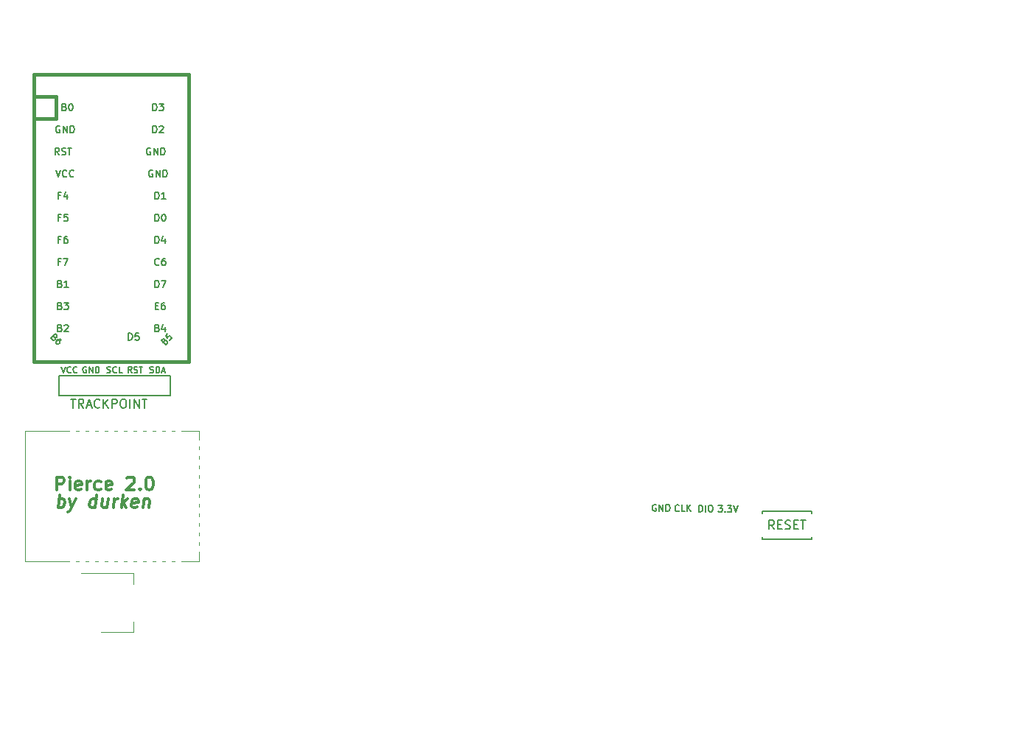
<source format=gto>
G04 #@! TF.GenerationSoftware,KiCad,Pcbnew,(6.0.2)*
G04 #@! TF.CreationDate,2022-03-08T09:31:39+01:00*
G04 #@! TF.ProjectId,pierce,70696572-6365-42e6-9b69-6361645f7063,v 0.1*
G04 #@! TF.SameCoordinates,Original*
G04 #@! TF.FileFunction,Legend,Top*
G04 #@! TF.FilePolarity,Positive*
%FSLAX46Y46*%
G04 Gerber Fmt 4.6, Leading zero omitted, Abs format (unit mm)*
G04 Created by KiCad (PCBNEW (6.0.2)) date 2022-03-08 09:31:39*
%MOMM*%
%LPD*%
G01*
G04 APERTURE LIST*
G04 Aperture macros list*
%AMHorizOval*
0 Thick line with rounded ends*
0 $1 width*
0 $2 $3 position (X,Y) of the first rounded end (center of the circle)*
0 $4 $5 position (X,Y) of the second rounded end (center of the circle)*
0 Add line between two ends*
20,1,$1,$2,$3,$4,$5,0*
0 Add two circle primitives to create the rounded ends*
1,1,$1,$2,$3*
1,1,$1,$4,$5*%
G04 Aperture macros list end*
%ADD10C,0.300000*%
%ADD11C,0.187500*%
%ADD12C,0.150000*%
%ADD13C,0.381000*%
%ADD14C,0.100000*%
%ADD15C,0.120000*%
%ADD16C,4.000000*%
%ADD17C,1.700000*%
%ADD18C,1.900000*%
%ADD19C,2.400000*%
%ADD20HorizOval,1.550000X0.108530X0.615505X-0.108530X-0.615505X0*%
%ADD21HorizOval,1.250000X0.082483X0.467784X-0.082483X-0.467784X0*%
%ADD22HorizOval,1.250000X0.446354X-0.162460X-0.446354X0.162460X0*%
%ADD23C,2.200000*%
%ADD24HorizOval,1.550000X0.587308X-0.213763X-0.587308X0.213763X0*%
%ADD25HorizOval,1.550000X0.264136X0.566442X-0.264136X-0.566442X0*%
%ADD26HorizOval,1.250000X0.389097X-0.272449X-0.389097X0.272449X0*%
%ADD27HorizOval,1.250000X0.200744X0.430496X-0.200744X-0.430496X0*%
%ADD28HorizOval,1.550000X0.511970X-0.358485X-0.511970X0.358485X0*%
%ADD29HorizOval,1.250000X0.305324X0.363871X-0.305324X-0.363871X0*%
%ADD30HorizOval,1.550000X0.401742X0.478778X-0.401742X-0.478778X0*%
%ADD31HorizOval,1.250000X0.305324X-0.363871X-0.305324X0.363871X0*%
%ADD32HorizOval,1.550000X0.401742X-0.478778X-0.401742X0.478778X0*%
%ADD33R,1.752600X1.752600*%
%ADD34C,1.752600*%
%ADD35C,4.300000*%
%ADD36O,1.397000X1.778000*%
%ADD37R,0.698500X1.198880*%
%ADD38R,1.198880X0.698500*%
%ADD39R,2.000000X1.500000*%
%ADD40R,2.000000X3.800000*%
%ADD41C,2.300000*%
%ADD42R,1.700000X1.700000*%
%ADD43O,1.700000X1.700000*%
G04 APERTURE END LIST*
D10*
X99359800Y-95391671D02*
X99359800Y-93891671D01*
X99931228Y-93891671D01*
X100074085Y-93963100D01*
X100145514Y-94034528D01*
X100216942Y-94177385D01*
X100216942Y-94391671D01*
X100145514Y-94534528D01*
X100074085Y-94605957D01*
X99931228Y-94677385D01*
X99359800Y-94677385D01*
X100859800Y-95391671D02*
X100859800Y-94391671D01*
X100859800Y-93891671D02*
X100788371Y-93963100D01*
X100859800Y-94034528D01*
X100931228Y-93963100D01*
X100859800Y-93891671D01*
X100859800Y-94034528D01*
X102145514Y-95320242D02*
X102002657Y-95391671D01*
X101716942Y-95391671D01*
X101574085Y-95320242D01*
X101502657Y-95177385D01*
X101502657Y-94605957D01*
X101574085Y-94463100D01*
X101716942Y-94391671D01*
X102002657Y-94391671D01*
X102145514Y-94463100D01*
X102216942Y-94605957D01*
X102216942Y-94748814D01*
X101502657Y-94891671D01*
X102859800Y-95391671D02*
X102859800Y-94391671D01*
X102859800Y-94677385D02*
X102931228Y-94534528D01*
X103002657Y-94463100D01*
X103145514Y-94391671D01*
X103288371Y-94391671D01*
X104431228Y-95320242D02*
X104288371Y-95391671D01*
X104002657Y-95391671D01*
X103859800Y-95320242D01*
X103788371Y-95248814D01*
X103716942Y-95105957D01*
X103716942Y-94677385D01*
X103788371Y-94534528D01*
X103859800Y-94463100D01*
X104002657Y-94391671D01*
X104288371Y-94391671D01*
X104431228Y-94463100D01*
X105645514Y-95320242D02*
X105502657Y-95391671D01*
X105216942Y-95391671D01*
X105074085Y-95320242D01*
X105002657Y-95177385D01*
X105002657Y-94605957D01*
X105074085Y-94463100D01*
X105216942Y-94391671D01*
X105502657Y-94391671D01*
X105645514Y-94463100D01*
X105716942Y-94605957D01*
X105716942Y-94748814D01*
X105002657Y-94891671D01*
X107431228Y-94034528D02*
X107502657Y-93963100D01*
X107645514Y-93891671D01*
X108002657Y-93891671D01*
X108145514Y-93963100D01*
X108216942Y-94034528D01*
X108288371Y-94177385D01*
X108288371Y-94320242D01*
X108216942Y-94534528D01*
X107359800Y-95391671D01*
X108288371Y-95391671D01*
X108931228Y-95248814D02*
X109002657Y-95320242D01*
X108931228Y-95391671D01*
X108859800Y-95320242D01*
X108931228Y-95248814D01*
X108931228Y-95391671D01*
X109931228Y-93891671D02*
X110074085Y-93891671D01*
X110216942Y-93963100D01*
X110288371Y-94034528D01*
X110359800Y-94177385D01*
X110431228Y-94463100D01*
X110431228Y-94820242D01*
X110359800Y-95105957D01*
X110288371Y-95248814D01*
X110216942Y-95320242D01*
X110074085Y-95391671D01*
X109931228Y-95391671D01*
X109788371Y-95320242D01*
X109716942Y-95248814D01*
X109645514Y-95105957D01*
X109574085Y-94820242D01*
X109574085Y-94463100D01*
X109645514Y-94177385D01*
X109716942Y-94034528D01*
X109788371Y-93963100D01*
X109931228Y-93891671D01*
D11*
X170836971Y-97765457D02*
X170801257Y-97801171D01*
X170694114Y-97836885D01*
X170622685Y-97836885D01*
X170515542Y-97801171D01*
X170444114Y-97729742D01*
X170408400Y-97658314D01*
X170372685Y-97515457D01*
X170372685Y-97408314D01*
X170408400Y-97265457D01*
X170444114Y-97194028D01*
X170515542Y-97122600D01*
X170622685Y-97086885D01*
X170694114Y-97086885D01*
X170801257Y-97122600D01*
X170836971Y-97158314D01*
X171515542Y-97836885D02*
X171158400Y-97836885D01*
X171158400Y-97086885D01*
X171765542Y-97836885D02*
X171765542Y-97086885D01*
X172194114Y-97836885D02*
X171872685Y-97408314D01*
X172194114Y-97086885D02*
X171765542Y-97515457D01*
X173131742Y-97887685D02*
X173131742Y-97137685D01*
X173310314Y-97137685D01*
X173417457Y-97173400D01*
X173488885Y-97244828D01*
X173524600Y-97316257D01*
X173560314Y-97459114D01*
X173560314Y-97566257D01*
X173524600Y-97709114D01*
X173488885Y-97780542D01*
X173417457Y-97851971D01*
X173310314Y-97887685D01*
X173131742Y-97887685D01*
X173881742Y-97887685D02*
X173881742Y-97137685D01*
X174381742Y-97137685D02*
X174524600Y-97137685D01*
X174596028Y-97173400D01*
X174667457Y-97244828D01*
X174703171Y-97387685D01*
X174703171Y-97637685D01*
X174667457Y-97780542D01*
X174596028Y-97851971D01*
X174524600Y-97887685D01*
X174381742Y-97887685D01*
X174310314Y-97851971D01*
X174238885Y-97780542D01*
X174203171Y-97637685D01*
X174203171Y-97387685D01*
X174238885Y-97244828D01*
X174310314Y-97173400D01*
X174381742Y-97137685D01*
X175332457Y-97163085D02*
X175796742Y-97163085D01*
X175546742Y-97448800D01*
X175653885Y-97448800D01*
X175725314Y-97484514D01*
X175761028Y-97520228D01*
X175796742Y-97591657D01*
X175796742Y-97770228D01*
X175761028Y-97841657D01*
X175725314Y-97877371D01*
X175653885Y-97913085D01*
X175439600Y-97913085D01*
X175368171Y-97877371D01*
X175332457Y-97841657D01*
X176118171Y-97841657D02*
X176153885Y-97877371D01*
X176118171Y-97913085D01*
X176082457Y-97877371D01*
X176118171Y-97841657D01*
X176118171Y-97913085D01*
X176403885Y-97163085D02*
X176868171Y-97163085D01*
X176618171Y-97448800D01*
X176725314Y-97448800D01*
X176796742Y-97484514D01*
X176832457Y-97520228D01*
X176868171Y-97591657D01*
X176868171Y-97770228D01*
X176832457Y-97841657D01*
X176796742Y-97877371D01*
X176725314Y-97913085D01*
X176511028Y-97913085D01*
X176439600Y-97877371D01*
X176403885Y-97841657D01*
X177082457Y-97163085D02*
X177332457Y-97913085D01*
X177582457Y-97163085D01*
D12*
X102761066Y-81242000D02*
X102694400Y-81208666D01*
X102594400Y-81208666D01*
X102494400Y-81242000D01*
X102427733Y-81308666D01*
X102394400Y-81375333D01*
X102361066Y-81508666D01*
X102361066Y-81608666D01*
X102394400Y-81742000D01*
X102427733Y-81808666D01*
X102494400Y-81875333D01*
X102594400Y-81908666D01*
X102661066Y-81908666D01*
X102761066Y-81875333D01*
X102794400Y-81842000D01*
X102794400Y-81608666D01*
X102661066Y-81608666D01*
X103094400Y-81908666D02*
X103094400Y-81208666D01*
X103494400Y-81908666D01*
X103494400Y-81208666D01*
X103827733Y-81908666D02*
X103827733Y-81208666D01*
X103994400Y-81208666D01*
X104094400Y-81242000D01*
X104161066Y-81308666D01*
X104194400Y-81375333D01*
X104227733Y-81508666D01*
X104227733Y-81608666D01*
X104194400Y-81742000D01*
X104161066Y-81808666D01*
X104094400Y-81875333D01*
X103994400Y-81908666D01*
X103827733Y-81908666D01*
X105136066Y-81875333D02*
X105236066Y-81908666D01*
X105402733Y-81908666D01*
X105469400Y-81875333D01*
X105502733Y-81842000D01*
X105536066Y-81775333D01*
X105536066Y-81708666D01*
X105502733Y-81642000D01*
X105469400Y-81608666D01*
X105402733Y-81575333D01*
X105269400Y-81542000D01*
X105202733Y-81508666D01*
X105169400Y-81475333D01*
X105136066Y-81408666D01*
X105136066Y-81342000D01*
X105169400Y-81275333D01*
X105202733Y-81242000D01*
X105269400Y-81208666D01*
X105436066Y-81208666D01*
X105536066Y-81242000D01*
X106236066Y-81842000D02*
X106202733Y-81875333D01*
X106102733Y-81908666D01*
X106036066Y-81908666D01*
X105936066Y-81875333D01*
X105869400Y-81808666D01*
X105836066Y-81742000D01*
X105802733Y-81608666D01*
X105802733Y-81508666D01*
X105836066Y-81375333D01*
X105869400Y-81308666D01*
X105936066Y-81242000D01*
X106036066Y-81208666D01*
X106102733Y-81208666D01*
X106202733Y-81242000D01*
X106236066Y-81275333D01*
X106869400Y-81908666D02*
X106536066Y-81908666D01*
X106536066Y-81208666D01*
D11*
X168197371Y-97097200D02*
X168125942Y-97061485D01*
X168018800Y-97061485D01*
X167911657Y-97097200D01*
X167840228Y-97168628D01*
X167804514Y-97240057D01*
X167768800Y-97382914D01*
X167768800Y-97490057D01*
X167804514Y-97632914D01*
X167840228Y-97704342D01*
X167911657Y-97775771D01*
X168018800Y-97811485D01*
X168090228Y-97811485D01*
X168197371Y-97775771D01*
X168233085Y-97740057D01*
X168233085Y-97490057D01*
X168090228Y-97490057D01*
X168554514Y-97811485D02*
X168554514Y-97061485D01*
X168983085Y-97811485D01*
X168983085Y-97061485D01*
X169340228Y-97811485D02*
X169340228Y-97061485D01*
X169518800Y-97061485D01*
X169625942Y-97097200D01*
X169697371Y-97168628D01*
X169733085Y-97240057D01*
X169768800Y-97382914D01*
X169768800Y-97490057D01*
X169733085Y-97632914D01*
X169697371Y-97704342D01*
X169625942Y-97775771D01*
X169518800Y-97811485D01*
X169340228Y-97811485D01*
D12*
X99886066Y-81208666D02*
X100119400Y-81908666D01*
X100352733Y-81208666D01*
X100986066Y-81842000D02*
X100952733Y-81875333D01*
X100852733Y-81908666D01*
X100786066Y-81908666D01*
X100686066Y-81875333D01*
X100619400Y-81808666D01*
X100586066Y-81742000D01*
X100552733Y-81608666D01*
X100552733Y-81508666D01*
X100586066Y-81375333D01*
X100619400Y-81308666D01*
X100686066Y-81242000D01*
X100786066Y-81208666D01*
X100852733Y-81208666D01*
X100952733Y-81242000D01*
X100986066Y-81275333D01*
X101686066Y-81842000D02*
X101652733Y-81875333D01*
X101552733Y-81908666D01*
X101486066Y-81908666D01*
X101386066Y-81875333D01*
X101319400Y-81808666D01*
X101286066Y-81742000D01*
X101252733Y-81608666D01*
X101252733Y-81508666D01*
X101286066Y-81375333D01*
X101319400Y-81308666D01*
X101386066Y-81242000D01*
X101486066Y-81208666D01*
X101552733Y-81208666D01*
X101652733Y-81242000D01*
X101686066Y-81275333D01*
X110069400Y-81875333D02*
X110169400Y-81908666D01*
X110336066Y-81908666D01*
X110402733Y-81875333D01*
X110436066Y-81842000D01*
X110469400Y-81775333D01*
X110469400Y-81708666D01*
X110436066Y-81642000D01*
X110402733Y-81608666D01*
X110336066Y-81575333D01*
X110202733Y-81542000D01*
X110136066Y-81508666D01*
X110102733Y-81475333D01*
X110069400Y-81408666D01*
X110069400Y-81342000D01*
X110102733Y-81275333D01*
X110136066Y-81242000D01*
X110202733Y-81208666D01*
X110369400Y-81208666D01*
X110469400Y-81242000D01*
X110769400Y-81908666D02*
X110769400Y-81208666D01*
X110936066Y-81208666D01*
X111036066Y-81242000D01*
X111102733Y-81308666D01*
X111136066Y-81375333D01*
X111169400Y-81508666D01*
X111169400Y-81608666D01*
X111136066Y-81742000D01*
X111102733Y-81808666D01*
X111036066Y-81875333D01*
X110936066Y-81908666D01*
X110769400Y-81908666D01*
X111436066Y-81708666D02*
X111769400Y-81708666D01*
X111369400Y-81908666D02*
X111602733Y-81208666D01*
X111836066Y-81908666D01*
D10*
X99503505Y-97423671D02*
X99691005Y-95923671D01*
X99619576Y-96495100D02*
X99771362Y-96423671D01*
X100057076Y-96423671D01*
X100191005Y-96495100D01*
X100253505Y-96566528D01*
X100307076Y-96709385D01*
X100253505Y-97137957D01*
X100164219Y-97280814D01*
X100083862Y-97352242D01*
X99932076Y-97423671D01*
X99646362Y-97423671D01*
X99512433Y-97352242D01*
X100842791Y-96423671D02*
X101074933Y-97423671D01*
X101557076Y-96423671D02*
X101074933Y-97423671D01*
X100887433Y-97780814D01*
X100807076Y-97852242D01*
X100655291Y-97923671D01*
X103789219Y-97423671D02*
X103976719Y-95923671D01*
X103798148Y-97352242D02*
X103646362Y-97423671D01*
X103360648Y-97423671D01*
X103226719Y-97352242D01*
X103164219Y-97280814D01*
X103110648Y-97137957D01*
X103164219Y-96709385D01*
X103253505Y-96566528D01*
X103333862Y-96495100D01*
X103485648Y-96423671D01*
X103771362Y-96423671D01*
X103905291Y-96495100D01*
X105271362Y-96423671D02*
X105146362Y-97423671D01*
X104628505Y-96423671D02*
X104530291Y-97209385D01*
X104583862Y-97352242D01*
X104717791Y-97423671D01*
X104932076Y-97423671D01*
X105083862Y-97352242D01*
X105164219Y-97280814D01*
X105860648Y-97423671D02*
X105985648Y-96423671D01*
X105949933Y-96709385D02*
X106039219Y-96566528D01*
X106119576Y-96495100D01*
X106271362Y-96423671D01*
X106414219Y-96423671D01*
X106789219Y-97423671D02*
X106976719Y-95923671D01*
X107003505Y-96852242D02*
X107360648Y-97423671D01*
X107485648Y-96423671D02*
X106842791Y-96995100D01*
X108583862Y-97352242D02*
X108432076Y-97423671D01*
X108146362Y-97423671D01*
X108012433Y-97352242D01*
X107958862Y-97209385D01*
X108030291Y-96637957D01*
X108119576Y-96495100D01*
X108271362Y-96423671D01*
X108557076Y-96423671D01*
X108691005Y-96495100D01*
X108744576Y-96637957D01*
X108726719Y-96780814D01*
X107994576Y-96923671D01*
X109414219Y-96423671D02*
X109289219Y-97423671D01*
X109396362Y-96566528D02*
X109476719Y-96495100D01*
X109628505Y-96423671D01*
X109842791Y-96423671D01*
X109976719Y-96495100D01*
X110030291Y-96637957D01*
X109932076Y-97423671D01*
D12*
X107961066Y-81908666D02*
X107727733Y-81575333D01*
X107561066Y-81908666D02*
X107561066Y-81208666D01*
X107827733Y-81208666D01*
X107894400Y-81242000D01*
X107927733Y-81275333D01*
X107961066Y-81342000D01*
X107961066Y-81442000D01*
X107927733Y-81508666D01*
X107894400Y-81542000D01*
X107827733Y-81575333D01*
X107561066Y-81575333D01*
X108227733Y-81875333D02*
X108327733Y-81908666D01*
X108494400Y-81908666D01*
X108561066Y-81875333D01*
X108594400Y-81842000D01*
X108627733Y-81775333D01*
X108627733Y-81708666D01*
X108594400Y-81642000D01*
X108561066Y-81608666D01*
X108494400Y-81575333D01*
X108361066Y-81542000D01*
X108294400Y-81508666D01*
X108261066Y-81475333D01*
X108227733Y-81408666D01*
X108227733Y-81342000D01*
X108261066Y-81275333D01*
X108294400Y-81242000D01*
X108361066Y-81208666D01*
X108527733Y-81208666D01*
X108627733Y-81242000D01*
X108827733Y-81208666D02*
X109227733Y-81208666D01*
X109027733Y-81908666D02*
X109027733Y-81208666D01*
X99737990Y-71684857D02*
X99852276Y-71722952D01*
X99890371Y-71761047D01*
X99928466Y-71837238D01*
X99928466Y-71951523D01*
X99890371Y-72027714D01*
X99852276Y-72065809D01*
X99776085Y-72103904D01*
X99471323Y-72103904D01*
X99471323Y-71303904D01*
X99737990Y-71303904D01*
X99814180Y-71342000D01*
X99852276Y-71380095D01*
X99890371Y-71456285D01*
X99890371Y-71532476D01*
X99852276Y-71608666D01*
X99814180Y-71646761D01*
X99737990Y-71684857D01*
X99471323Y-71684857D01*
X100690371Y-72103904D02*
X100233228Y-72103904D01*
X100461800Y-72103904D02*
X100461800Y-71303904D01*
X100385609Y-71418190D01*
X100309419Y-71494380D01*
X100233228Y-71532476D01*
X99795133Y-69144857D02*
X99528466Y-69144857D01*
X99528466Y-69563904D02*
X99528466Y-68763904D01*
X99909419Y-68763904D01*
X100137990Y-68763904D02*
X100671323Y-68763904D01*
X100328466Y-69563904D01*
X110685419Y-74224857D02*
X110952085Y-74224857D01*
X111066371Y-74643904D02*
X110685419Y-74643904D01*
X110685419Y-73843904D01*
X111066371Y-73843904D01*
X111752085Y-73843904D02*
X111599704Y-73843904D01*
X111523514Y-73882000D01*
X111485419Y-73920095D01*
X111409228Y-74034380D01*
X111371133Y-74186761D01*
X111371133Y-74491523D01*
X111409228Y-74567714D01*
X111447323Y-74605809D01*
X111523514Y-74643904D01*
X111675895Y-74643904D01*
X111752085Y-74605809D01*
X111790180Y-74567714D01*
X111828276Y-74491523D01*
X111828276Y-74301047D01*
X111790180Y-74224857D01*
X111752085Y-74186761D01*
X111675895Y-74148666D01*
X111523514Y-74148666D01*
X111447323Y-74186761D01*
X111409228Y-74224857D01*
X111371133Y-74301047D01*
X110647323Y-67023904D02*
X110647323Y-66223904D01*
X110837800Y-66223904D01*
X110952085Y-66262000D01*
X111028276Y-66338190D01*
X111066371Y-66414380D01*
X111104466Y-66566761D01*
X111104466Y-66681047D01*
X111066371Y-66833428D01*
X111028276Y-66909619D01*
X110952085Y-66985809D01*
X110837800Y-67023904D01*
X110647323Y-67023904D01*
X111790180Y-66490571D02*
X111790180Y-67023904D01*
X111599704Y-66185809D02*
X111409228Y-66757238D01*
X111904466Y-66757238D01*
X110393323Y-54323904D02*
X110393323Y-53523904D01*
X110583800Y-53523904D01*
X110698085Y-53562000D01*
X110774276Y-53638190D01*
X110812371Y-53714380D01*
X110850466Y-53866761D01*
X110850466Y-53981047D01*
X110812371Y-54133428D01*
X110774276Y-54209619D01*
X110698085Y-54285809D01*
X110583800Y-54323904D01*
X110393323Y-54323904D01*
X111155228Y-53600095D02*
X111193323Y-53562000D01*
X111269514Y-53523904D01*
X111459990Y-53523904D01*
X111536180Y-53562000D01*
X111574276Y-53600095D01*
X111612371Y-53676285D01*
X111612371Y-53752476D01*
X111574276Y-53866761D01*
X111117133Y-54323904D01*
X111612371Y-54323904D01*
X99737990Y-74224857D02*
X99852276Y-74262952D01*
X99890371Y-74301047D01*
X99928466Y-74377238D01*
X99928466Y-74491523D01*
X99890371Y-74567714D01*
X99852276Y-74605809D01*
X99776085Y-74643904D01*
X99471323Y-74643904D01*
X99471323Y-73843904D01*
X99737990Y-73843904D01*
X99814180Y-73882000D01*
X99852276Y-73920095D01*
X99890371Y-73996285D01*
X99890371Y-74072476D01*
X99852276Y-74148666D01*
X99814180Y-74186761D01*
X99737990Y-74224857D01*
X99471323Y-74224857D01*
X100195133Y-73843904D02*
X100690371Y-73843904D01*
X100423704Y-74148666D01*
X100537990Y-74148666D01*
X100614180Y-74186761D01*
X100652276Y-74224857D01*
X100690371Y-74301047D01*
X100690371Y-74491523D01*
X100652276Y-74567714D01*
X100614180Y-74605809D01*
X100537990Y-74643904D01*
X100309419Y-74643904D01*
X100233228Y-74605809D01*
X100195133Y-74567714D01*
X110374276Y-58642000D02*
X110298085Y-58603904D01*
X110183800Y-58603904D01*
X110069514Y-58642000D01*
X109993323Y-58718190D01*
X109955228Y-58794380D01*
X109917133Y-58946761D01*
X109917133Y-59061047D01*
X109955228Y-59213428D01*
X109993323Y-59289619D01*
X110069514Y-59365809D01*
X110183800Y-59403904D01*
X110259990Y-59403904D01*
X110374276Y-59365809D01*
X110412371Y-59327714D01*
X110412371Y-59061047D01*
X110259990Y-59061047D01*
X110755228Y-59403904D02*
X110755228Y-58603904D01*
X111212371Y-59403904D01*
X111212371Y-58603904D01*
X111593323Y-59403904D02*
X111593323Y-58603904D01*
X111783800Y-58603904D01*
X111898085Y-58642000D01*
X111974276Y-58718190D01*
X112012371Y-58794380D01*
X112050466Y-58946761D01*
X112050466Y-59061047D01*
X112012371Y-59213428D01*
X111974276Y-59289619D01*
X111898085Y-59365809D01*
X111783800Y-59403904D01*
X111593323Y-59403904D01*
X99623704Y-56863904D02*
X99357038Y-56482952D01*
X99166561Y-56863904D02*
X99166561Y-56063904D01*
X99471323Y-56063904D01*
X99547514Y-56102000D01*
X99585609Y-56140095D01*
X99623704Y-56216285D01*
X99623704Y-56330571D01*
X99585609Y-56406761D01*
X99547514Y-56444857D01*
X99471323Y-56482952D01*
X99166561Y-56482952D01*
X99928466Y-56825809D02*
X100042752Y-56863904D01*
X100233228Y-56863904D01*
X100309419Y-56825809D01*
X100347514Y-56787714D01*
X100385609Y-56711523D01*
X100385609Y-56635333D01*
X100347514Y-56559142D01*
X100309419Y-56521047D01*
X100233228Y-56482952D01*
X100080847Y-56444857D01*
X100004657Y-56406761D01*
X99966561Y-56368666D01*
X99928466Y-56292476D01*
X99928466Y-56216285D01*
X99966561Y-56140095D01*
X100004657Y-56102000D01*
X100080847Y-56063904D01*
X100271323Y-56063904D01*
X100385609Y-56102000D01*
X100614180Y-56063904D02*
X101071323Y-56063904D01*
X100842752Y-56863904D02*
X100842752Y-56063904D01*
X110120276Y-56102000D02*
X110044085Y-56063904D01*
X109929800Y-56063904D01*
X109815514Y-56102000D01*
X109739323Y-56178190D01*
X109701228Y-56254380D01*
X109663133Y-56406761D01*
X109663133Y-56521047D01*
X109701228Y-56673428D01*
X109739323Y-56749619D01*
X109815514Y-56825809D01*
X109929800Y-56863904D01*
X110005990Y-56863904D01*
X110120276Y-56825809D01*
X110158371Y-56787714D01*
X110158371Y-56521047D01*
X110005990Y-56521047D01*
X110501228Y-56863904D02*
X110501228Y-56063904D01*
X110958371Y-56863904D01*
X110958371Y-56063904D01*
X111339323Y-56863904D02*
X111339323Y-56063904D01*
X111529800Y-56063904D01*
X111644085Y-56102000D01*
X111720276Y-56178190D01*
X111758371Y-56254380D01*
X111796466Y-56406761D01*
X111796466Y-56521047D01*
X111758371Y-56673428D01*
X111720276Y-56749619D01*
X111644085Y-56825809D01*
X111529800Y-56863904D01*
X111339323Y-56863904D01*
X99249133Y-58603904D02*
X99515800Y-59403904D01*
X99782466Y-58603904D01*
X100506276Y-59327714D02*
X100468180Y-59365809D01*
X100353895Y-59403904D01*
X100277704Y-59403904D01*
X100163419Y-59365809D01*
X100087228Y-59289619D01*
X100049133Y-59213428D01*
X100011038Y-59061047D01*
X100011038Y-58946761D01*
X100049133Y-58794380D01*
X100087228Y-58718190D01*
X100163419Y-58642000D01*
X100277704Y-58603904D01*
X100353895Y-58603904D01*
X100468180Y-58642000D01*
X100506276Y-58680095D01*
X101306276Y-59327714D02*
X101268180Y-59365809D01*
X101153895Y-59403904D01*
X101077704Y-59403904D01*
X100963419Y-59365809D01*
X100887228Y-59289619D01*
X100849133Y-59213428D01*
X100811038Y-59061047D01*
X100811038Y-58946761D01*
X100849133Y-58794380D01*
X100887228Y-58718190D01*
X100963419Y-58642000D01*
X101077704Y-58603904D01*
X101153895Y-58603904D01*
X101268180Y-58642000D01*
X101306276Y-58680095D01*
X111104466Y-69487714D02*
X111066371Y-69525809D01*
X110952085Y-69563904D01*
X110875895Y-69563904D01*
X110761609Y-69525809D01*
X110685419Y-69449619D01*
X110647323Y-69373428D01*
X110609228Y-69221047D01*
X110609228Y-69106761D01*
X110647323Y-68954380D01*
X110685419Y-68878190D01*
X110761609Y-68802000D01*
X110875895Y-68763904D01*
X110952085Y-68763904D01*
X111066371Y-68802000D01*
X111104466Y-68840095D01*
X111790180Y-68763904D02*
X111637800Y-68763904D01*
X111561609Y-68802000D01*
X111523514Y-68840095D01*
X111447323Y-68954380D01*
X111409228Y-69106761D01*
X111409228Y-69411523D01*
X111447323Y-69487714D01*
X111485419Y-69525809D01*
X111561609Y-69563904D01*
X111713990Y-69563904D01*
X111790180Y-69525809D01*
X111828276Y-69487714D01*
X111866371Y-69411523D01*
X111866371Y-69221047D01*
X111828276Y-69144857D01*
X111790180Y-69106761D01*
X111713990Y-69068666D01*
X111561609Y-69068666D01*
X111485419Y-69106761D01*
X111447323Y-69144857D01*
X111409228Y-69221047D01*
X110647323Y-72103904D02*
X110647323Y-71303904D01*
X110837800Y-71303904D01*
X110952085Y-71342000D01*
X111028276Y-71418190D01*
X111066371Y-71494380D01*
X111104466Y-71646761D01*
X111104466Y-71761047D01*
X111066371Y-71913428D01*
X111028276Y-71989619D01*
X110952085Y-72065809D01*
X110837800Y-72103904D01*
X110647323Y-72103904D01*
X111371133Y-71303904D02*
X111904466Y-71303904D01*
X111561609Y-72103904D01*
X99795133Y-66604857D02*
X99528466Y-66604857D01*
X99528466Y-67023904D02*
X99528466Y-66223904D01*
X99909419Y-66223904D01*
X100557038Y-66223904D02*
X100404657Y-66223904D01*
X100328466Y-66262000D01*
X100290371Y-66300095D01*
X100214180Y-66414380D01*
X100176085Y-66566761D01*
X100176085Y-66871523D01*
X100214180Y-66947714D01*
X100252276Y-66985809D01*
X100328466Y-67023904D01*
X100480847Y-67023904D01*
X100557038Y-66985809D01*
X100595133Y-66947714D01*
X100633228Y-66871523D01*
X100633228Y-66681047D01*
X100595133Y-66604857D01*
X100557038Y-66566761D01*
X100480847Y-66528666D01*
X100328466Y-66528666D01*
X100252276Y-66566761D01*
X100214180Y-66604857D01*
X100176085Y-66681047D01*
X110913990Y-76764857D02*
X111028276Y-76802952D01*
X111066371Y-76841047D01*
X111104466Y-76917238D01*
X111104466Y-77031523D01*
X111066371Y-77107714D01*
X111028276Y-77145809D01*
X110952085Y-77183904D01*
X110647323Y-77183904D01*
X110647323Y-76383904D01*
X110913990Y-76383904D01*
X110990180Y-76422000D01*
X111028276Y-76460095D01*
X111066371Y-76536285D01*
X111066371Y-76612476D01*
X111028276Y-76688666D01*
X110990180Y-76726761D01*
X110913990Y-76764857D01*
X110647323Y-76764857D01*
X111790180Y-76650571D02*
X111790180Y-77183904D01*
X111599704Y-76345809D02*
X111409228Y-76917238D01*
X111904466Y-76917238D01*
X111764097Y-78256991D02*
X111858378Y-78209851D01*
X111905519Y-78209851D01*
X111976229Y-78233421D01*
X112046940Y-78304132D01*
X112070510Y-78374842D01*
X112070510Y-78421983D01*
X112046940Y-78492693D01*
X111858378Y-78681255D01*
X111363403Y-78186280D01*
X111528395Y-78021289D01*
X111599106Y-77997719D01*
X111646246Y-77997719D01*
X111716957Y-78021289D01*
X111764097Y-78068429D01*
X111787667Y-78139140D01*
X111787667Y-78186280D01*
X111764097Y-78256991D01*
X111599106Y-78421983D01*
X112094080Y-77455603D02*
X111858378Y-77691306D01*
X112070510Y-77950578D01*
X112070510Y-77903438D01*
X112094080Y-77832727D01*
X112211932Y-77714876D01*
X112282642Y-77691306D01*
X112329783Y-77691306D01*
X112400493Y-77714876D01*
X112518344Y-77832727D01*
X112541915Y-77903438D01*
X112541915Y-77950578D01*
X112518344Y-78021289D01*
X112400493Y-78139140D01*
X112329783Y-78162710D01*
X112282642Y-78162710D01*
X99134808Y-77856297D02*
X99181948Y-77950578D01*
X99181948Y-77997719D01*
X99158378Y-78068429D01*
X99087667Y-78139140D01*
X99016957Y-78162710D01*
X98969816Y-78162710D01*
X98899106Y-78139140D01*
X98710544Y-77950578D01*
X99205519Y-77455603D01*
X99370510Y-77620595D01*
X99394080Y-77691306D01*
X99394080Y-77738446D01*
X99370510Y-77809157D01*
X99323370Y-77856297D01*
X99252659Y-77879867D01*
X99205519Y-77879867D01*
X99134808Y-77856297D01*
X98969816Y-77691306D01*
X99912625Y-78162710D02*
X99818344Y-78068429D01*
X99747634Y-78044859D01*
X99700493Y-78044859D01*
X99582642Y-78068429D01*
X99464791Y-78139140D01*
X99276229Y-78327702D01*
X99252659Y-78398412D01*
X99252659Y-78445553D01*
X99276229Y-78516264D01*
X99370510Y-78610544D01*
X99441221Y-78634115D01*
X99488361Y-78634115D01*
X99559072Y-78610544D01*
X99676923Y-78492693D01*
X99700493Y-78421983D01*
X99700493Y-78374842D01*
X99676923Y-78304132D01*
X99582642Y-78209851D01*
X99511932Y-78186280D01*
X99464791Y-78186280D01*
X99394080Y-78209851D01*
X99795133Y-61524857D02*
X99528466Y-61524857D01*
X99528466Y-61943904D02*
X99528466Y-61143904D01*
X99909419Y-61143904D01*
X100557038Y-61410571D02*
X100557038Y-61943904D01*
X100366561Y-61105809D02*
X100176085Y-61677238D01*
X100671323Y-61677238D01*
X110647323Y-61943904D02*
X110647323Y-61143904D01*
X110837800Y-61143904D01*
X110952085Y-61182000D01*
X111028276Y-61258190D01*
X111066371Y-61334380D01*
X111104466Y-61486761D01*
X111104466Y-61601047D01*
X111066371Y-61753428D01*
X111028276Y-61829619D01*
X110952085Y-61905809D01*
X110837800Y-61943904D01*
X110647323Y-61943904D01*
X111866371Y-61943904D02*
X111409228Y-61943904D01*
X111637800Y-61943904D02*
X111637800Y-61143904D01*
X111561609Y-61258190D01*
X111485419Y-61334380D01*
X111409228Y-61372476D01*
X110647323Y-64483904D02*
X110647323Y-63683904D01*
X110837800Y-63683904D01*
X110952085Y-63722000D01*
X111028276Y-63798190D01*
X111066371Y-63874380D01*
X111104466Y-64026761D01*
X111104466Y-64141047D01*
X111066371Y-64293428D01*
X111028276Y-64369619D01*
X110952085Y-64445809D01*
X110837800Y-64483904D01*
X110647323Y-64483904D01*
X111599704Y-63683904D02*
X111675895Y-63683904D01*
X111752085Y-63722000D01*
X111790180Y-63760095D01*
X111828276Y-63836285D01*
X111866371Y-63988666D01*
X111866371Y-64179142D01*
X111828276Y-64331523D01*
X111790180Y-64407714D01*
X111752085Y-64445809D01*
X111675895Y-64483904D01*
X111599704Y-64483904D01*
X111523514Y-64445809D01*
X111485419Y-64407714D01*
X111447323Y-64331523D01*
X111409228Y-64179142D01*
X111409228Y-63988666D01*
X111447323Y-63836285D01*
X111485419Y-63760095D01*
X111523514Y-63722000D01*
X111599704Y-63683904D01*
X99737990Y-76764857D02*
X99852276Y-76802952D01*
X99890371Y-76841047D01*
X99928466Y-76917238D01*
X99928466Y-77031523D01*
X99890371Y-77107714D01*
X99852276Y-77145809D01*
X99776085Y-77183904D01*
X99471323Y-77183904D01*
X99471323Y-76383904D01*
X99737990Y-76383904D01*
X99814180Y-76422000D01*
X99852276Y-76460095D01*
X99890371Y-76536285D01*
X99890371Y-76612476D01*
X99852276Y-76688666D01*
X99814180Y-76726761D01*
X99737990Y-76764857D01*
X99471323Y-76764857D01*
X100233228Y-76460095D02*
X100271323Y-76422000D01*
X100347514Y-76383904D01*
X100537990Y-76383904D01*
X100614180Y-76422000D01*
X100652276Y-76460095D01*
X100690371Y-76536285D01*
X100690371Y-76612476D01*
X100652276Y-76726761D01*
X100195133Y-77183904D01*
X100690371Y-77183904D01*
X99795133Y-64064857D02*
X99528466Y-64064857D01*
X99528466Y-64483904D02*
X99528466Y-63683904D01*
X99909419Y-63683904D01*
X100595133Y-63683904D02*
X100214180Y-63683904D01*
X100176085Y-64064857D01*
X100214180Y-64026761D01*
X100290371Y-63988666D01*
X100480847Y-63988666D01*
X100557038Y-64026761D01*
X100595133Y-64064857D01*
X100633228Y-64141047D01*
X100633228Y-64331523D01*
X100595133Y-64407714D01*
X100557038Y-64445809D01*
X100480847Y-64483904D01*
X100290371Y-64483904D01*
X100214180Y-64445809D01*
X100176085Y-64407714D01*
X110393323Y-51783904D02*
X110393323Y-50983904D01*
X110583800Y-50983904D01*
X110698085Y-51022000D01*
X110774276Y-51098190D01*
X110812371Y-51174380D01*
X110850466Y-51326761D01*
X110850466Y-51441047D01*
X110812371Y-51593428D01*
X110774276Y-51669619D01*
X110698085Y-51745809D01*
X110583800Y-51783904D01*
X110393323Y-51783904D01*
X111117133Y-50983904D02*
X111612371Y-50983904D01*
X111345704Y-51288666D01*
X111459990Y-51288666D01*
X111536180Y-51326761D01*
X111574276Y-51364857D01*
X111612371Y-51441047D01*
X111612371Y-51631523D01*
X111574276Y-51707714D01*
X111536180Y-51745809D01*
X111459990Y-51783904D01*
X111231419Y-51783904D01*
X111155228Y-51745809D01*
X111117133Y-51707714D01*
X100245990Y-51364857D02*
X100360276Y-51402952D01*
X100398371Y-51441047D01*
X100436466Y-51517238D01*
X100436466Y-51631523D01*
X100398371Y-51707714D01*
X100360276Y-51745809D01*
X100284085Y-51783904D01*
X99979323Y-51783904D01*
X99979323Y-50983904D01*
X100245990Y-50983904D01*
X100322180Y-51022000D01*
X100360276Y-51060095D01*
X100398371Y-51136285D01*
X100398371Y-51212476D01*
X100360276Y-51288666D01*
X100322180Y-51326761D01*
X100245990Y-51364857D01*
X99979323Y-51364857D01*
X100931704Y-50983904D02*
X101007895Y-50983904D01*
X101084085Y-51022000D01*
X101122180Y-51060095D01*
X101160276Y-51136285D01*
X101198371Y-51288666D01*
X101198371Y-51479142D01*
X101160276Y-51631523D01*
X101122180Y-51707714D01*
X101084085Y-51745809D01*
X101007895Y-51783904D01*
X100931704Y-51783904D01*
X100855514Y-51745809D01*
X100817419Y-51707714D01*
X100779323Y-51631523D01*
X100741228Y-51479142D01*
X100741228Y-51288666D01*
X100779323Y-51136285D01*
X100817419Y-51060095D01*
X100855514Y-51022000D01*
X100931704Y-50983904D01*
X107599323Y-78153904D02*
X107599323Y-77353904D01*
X107789800Y-77353904D01*
X107904085Y-77392000D01*
X107980276Y-77468190D01*
X108018371Y-77544380D01*
X108056466Y-77696761D01*
X108056466Y-77811047D01*
X108018371Y-77963428D01*
X107980276Y-78039619D01*
X107904085Y-78115809D01*
X107789800Y-78153904D01*
X107599323Y-78153904D01*
X108780276Y-77353904D02*
X108399323Y-77353904D01*
X108361228Y-77734857D01*
X108399323Y-77696761D01*
X108475514Y-77658666D01*
X108665990Y-77658666D01*
X108742180Y-77696761D01*
X108780276Y-77734857D01*
X108818371Y-77811047D01*
X108818371Y-78001523D01*
X108780276Y-78077714D01*
X108742180Y-78115809D01*
X108665990Y-78153904D01*
X108475514Y-78153904D01*
X108399323Y-78115809D01*
X108361228Y-78077714D01*
X99706276Y-53562000D02*
X99630085Y-53523904D01*
X99515800Y-53523904D01*
X99401514Y-53562000D01*
X99325323Y-53638190D01*
X99287228Y-53714380D01*
X99249133Y-53866761D01*
X99249133Y-53981047D01*
X99287228Y-54133428D01*
X99325323Y-54209619D01*
X99401514Y-54285809D01*
X99515800Y-54323904D01*
X99591990Y-54323904D01*
X99706276Y-54285809D01*
X99744371Y-54247714D01*
X99744371Y-53981047D01*
X99591990Y-53981047D01*
X100087228Y-54323904D02*
X100087228Y-53523904D01*
X100544371Y-54323904D01*
X100544371Y-53523904D01*
X100925323Y-54323904D02*
X100925323Y-53523904D01*
X101115800Y-53523904D01*
X101230085Y-53562000D01*
X101306276Y-53638190D01*
X101344371Y-53714380D01*
X101382466Y-53866761D01*
X101382466Y-53981047D01*
X101344371Y-54133428D01*
X101306276Y-54209619D01*
X101230085Y-54285809D01*
X101115800Y-54323904D01*
X100925323Y-54323904D01*
X100963447Y-84944380D02*
X101534876Y-84944380D01*
X101249161Y-85944380D02*
X101249161Y-84944380D01*
X102439638Y-85944380D02*
X102106304Y-85468190D01*
X101868209Y-85944380D02*
X101868209Y-84944380D01*
X102249161Y-84944380D01*
X102344400Y-84992000D01*
X102392019Y-85039619D01*
X102439638Y-85134857D01*
X102439638Y-85277714D01*
X102392019Y-85372952D01*
X102344400Y-85420571D01*
X102249161Y-85468190D01*
X101868209Y-85468190D01*
X102820590Y-85658666D02*
X103296780Y-85658666D01*
X102725352Y-85944380D02*
X103058685Y-84944380D01*
X103392019Y-85944380D01*
X104296780Y-85849142D02*
X104249161Y-85896761D01*
X104106304Y-85944380D01*
X104011066Y-85944380D01*
X103868209Y-85896761D01*
X103772971Y-85801523D01*
X103725352Y-85706285D01*
X103677733Y-85515809D01*
X103677733Y-85372952D01*
X103725352Y-85182476D01*
X103772971Y-85087238D01*
X103868209Y-84992000D01*
X104011066Y-84944380D01*
X104106304Y-84944380D01*
X104249161Y-84992000D01*
X104296780Y-85039619D01*
X104725352Y-85944380D02*
X104725352Y-84944380D01*
X105296780Y-85944380D02*
X104868209Y-85372952D01*
X105296780Y-84944380D02*
X104725352Y-85515809D01*
X105725352Y-85944380D02*
X105725352Y-84944380D01*
X106106304Y-84944380D01*
X106201542Y-84992000D01*
X106249161Y-85039619D01*
X106296780Y-85134857D01*
X106296780Y-85277714D01*
X106249161Y-85372952D01*
X106201542Y-85420571D01*
X106106304Y-85468190D01*
X105725352Y-85468190D01*
X106915828Y-84944380D02*
X107106304Y-84944380D01*
X107201542Y-84992000D01*
X107296780Y-85087238D01*
X107344400Y-85277714D01*
X107344400Y-85611047D01*
X107296780Y-85801523D01*
X107201542Y-85896761D01*
X107106304Y-85944380D01*
X106915828Y-85944380D01*
X106820590Y-85896761D01*
X106725352Y-85801523D01*
X106677733Y-85611047D01*
X106677733Y-85277714D01*
X106725352Y-85087238D01*
X106820590Y-84992000D01*
X106915828Y-84944380D01*
X107772971Y-85944380D02*
X107772971Y-84944380D01*
X108249161Y-85944380D02*
X108249161Y-84944380D01*
X108820590Y-85944380D01*
X108820590Y-84944380D01*
X109153923Y-84944380D02*
X109725352Y-84944380D01*
X109439638Y-85944380D02*
X109439638Y-84944380D01*
X181757619Y-99880380D02*
X181424285Y-99404190D01*
X181186190Y-99880380D02*
X181186190Y-98880380D01*
X181567142Y-98880380D01*
X181662380Y-98928000D01*
X181710000Y-98975619D01*
X181757619Y-99070857D01*
X181757619Y-99213714D01*
X181710000Y-99308952D01*
X181662380Y-99356571D01*
X181567142Y-99404190D01*
X181186190Y-99404190D01*
X182186190Y-99356571D02*
X182519523Y-99356571D01*
X182662380Y-99880380D02*
X182186190Y-99880380D01*
X182186190Y-98880380D01*
X182662380Y-98880380D01*
X183043333Y-99832761D02*
X183186190Y-99880380D01*
X183424285Y-99880380D01*
X183519523Y-99832761D01*
X183567142Y-99785142D01*
X183614761Y-99689904D01*
X183614761Y-99594666D01*
X183567142Y-99499428D01*
X183519523Y-99451809D01*
X183424285Y-99404190D01*
X183233809Y-99356571D01*
X183138571Y-99308952D01*
X183090952Y-99261333D01*
X183043333Y-99166095D01*
X183043333Y-99070857D01*
X183090952Y-98975619D01*
X183138571Y-98928000D01*
X183233809Y-98880380D01*
X183471904Y-98880380D01*
X183614761Y-98928000D01*
X184043333Y-99356571D02*
X184376666Y-99356571D01*
X184519523Y-99880380D02*
X184043333Y-99880380D01*
X184043333Y-98880380D01*
X184519523Y-98880380D01*
X184805238Y-98880380D02*
X185376666Y-98880380D01*
X185090952Y-99880380D02*
X185090952Y-98880380D01*
D13*
X96759800Y-50152000D02*
X96759800Y-80632000D01*
X114539800Y-50152000D02*
X114539800Y-47612000D01*
X96759800Y-80632000D02*
X114539800Y-80632000D01*
X99299800Y-52692000D02*
X96759800Y-52692000D01*
X99299800Y-50152000D02*
X96759800Y-50152000D01*
X99299800Y-50152000D02*
X99299800Y-52692000D01*
X114539800Y-47612000D02*
X96759800Y-47612000D01*
X96759800Y-47612000D02*
X96759800Y-50152000D01*
X114539800Y-80632000D02*
X114539800Y-50152000D01*
D12*
X112428400Y-82267000D02*
X112428400Y-84567000D01*
X99594400Y-84567000D02*
X112428400Y-84567000D01*
X99594400Y-82267000D02*
X112428400Y-82267000D01*
X99594400Y-84567000D02*
X99594400Y-82267000D01*
D14*
X95700040Y-88577120D02*
X95700040Y-103573280D01*
X115700000Y-88577120D02*
X95700040Y-88577120D01*
X115700000Y-103573280D02*
X115700000Y-88577120D01*
X95700040Y-103573280D02*
X115700000Y-103573280D01*
D15*
X108169400Y-111753400D02*
X108169400Y-110493400D01*
X104409400Y-111753400D02*
X108169400Y-111753400D01*
X108169400Y-104933400D02*
X108169400Y-106193400D01*
X102159400Y-104933400D02*
X108169400Y-104933400D01*
D12*
X186060000Y-97828000D02*
X180360000Y-97828000D01*
X180360000Y-97828000D02*
X180360000Y-98078000D01*
X180360000Y-101028000D02*
X180360000Y-100778000D01*
X186060000Y-97828000D02*
X186060000Y-98078000D01*
X186060000Y-101028000D02*
X186060000Y-100778000D01*
X186060000Y-101028000D02*
X180360000Y-101028000D01*
D16*
X112652847Y-118845224D03*
D17*
X108253438Y-121385224D03*
X117052256Y-116305224D03*
D18*
X117415987Y-116095224D03*
X107889707Y-121595224D03*
D19*
X108203142Y-116218110D03*
X107913142Y-115715815D03*
D20*
X108083290Y-118550519D03*
D21*
X106286117Y-118017725D03*
D19*
X108453142Y-116651122D03*
D22*
X115119577Y-112917725D03*
D19*
X112852552Y-114111122D03*
D23*
X109702847Y-113735674D03*
D19*
X112602552Y-113678110D03*
X112312552Y-113175815D03*
D24*
X114682404Y-114740519D03*
D18*
X137765439Y-109621719D03*
X127140255Y-112468729D03*
D17*
X127545944Y-112360025D03*
D16*
X132452847Y-111045224D03*
D17*
X137359750Y-109730423D03*
D19*
X128964119Y-107838921D03*
D25*
X128115269Y-109577873D03*
D26*
X136369674Y-105958136D03*
D19*
X128834710Y-107355958D03*
X128684595Y-106795721D03*
D27*
X126517231Y-108598090D03*
D28*
X135475624Y-107605672D03*
D19*
X133871022Y-106524120D03*
X133591498Y-105480920D03*
D23*
X130925815Y-105346262D03*
D19*
X133741613Y-106041157D03*
D17*
X158332847Y-108245224D03*
X148172847Y-108245224D03*
D16*
X153252847Y-108245224D03*
D18*
X147752847Y-108245224D03*
X158752847Y-108245224D03*
D29*
X148152847Y-104345224D03*
D30*
X149442847Y-105705224D03*
D19*
X150712847Y-103165224D03*
D31*
X158352847Y-104345224D03*
D19*
X150712847Y-104245224D03*
X150712847Y-103745224D03*
D23*
X153252847Y-102345224D03*
D32*
X157062847Y-105705224D03*
D19*
X155792847Y-104245224D03*
X155792847Y-103745224D03*
X155792847Y-103165224D03*
D33*
X113269800Y-51422000D03*
D34*
X113269800Y-53962000D03*
X113269800Y-56502000D03*
X113269800Y-59042000D03*
X113269800Y-61582000D03*
X113269800Y-64122000D03*
X113269800Y-66662000D03*
X113269800Y-69202000D03*
X113269800Y-71742000D03*
X113269800Y-74282000D03*
X113269800Y-76822000D03*
X113269800Y-79362000D03*
X98029800Y-79362000D03*
X98029800Y-76822000D03*
X98029800Y-74282000D03*
X98029800Y-71742000D03*
X98029800Y-69202000D03*
X98029800Y-66662000D03*
X98029800Y-64122000D03*
X98029800Y-61582000D03*
X98029800Y-59042000D03*
X98029800Y-56502000D03*
X98029800Y-53962000D03*
X98029800Y-51422000D03*
X108189800Y-79362000D03*
D17*
X139174847Y-50313202D03*
D16*
X144254847Y-50313202D03*
D17*
X149334847Y-50313202D03*
D18*
X149754847Y-50313202D03*
X138754847Y-50313202D03*
D29*
X139154847Y-46413202D03*
D31*
X149354847Y-46413202D03*
D19*
X141714847Y-45813202D03*
X141714847Y-46313202D03*
D30*
X140444847Y-47773202D03*
D19*
X141714847Y-45233202D03*
D23*
X144254847Y-44413202D03*
D32*
X148064847Y-47773202D03*
D19*
X146794847Y-45813202D03*
X146794847Y-46313202D03*
X146794847Y-45233202D03*
D18*
X149754847Y-69313202D03*
D17*
X149334847Y-69313202D03*
X139174847Y-69313202D03*
D18*
X138754847Y-69313202D03*
D16*
X144254847Y-69313202D03*
D19*
X141714847Y-64813202D03*
D31*
X149354847Y-65413202D03*
D30*
X140444847Y-66773202D03*
D29*
X139154847Y-65413202D03*
D19*
X141714847Y-64233202D03*
X141714847Y-65313202D03*
X146794847Y-64813202D03*
D32*
X148064847Y-66773202D03*
D23*
X144254847Y-63413202D03*
D19*
X146794847Y-65313202D03*
X146794847Y-64233202D03*
D17*
X149334847Y-88313202D03*
D16*
X144254847Y-88313202D03*
D18*
X138754847Y-88313202D03*
D17*
X139174847Y-88313202D03*
D18*
X149754847Y-88313202D03*
D30*
X140444847Y-85773202D03*
D19*
X141714847Y-83813202D03*
X141714847Y-84313202D03*
D29*
X139154847Y-84413202D03*
D19*
X141714847Y-83233202D03*
D31*
X149354847Y-84413202D03*
D23*
X144254847Y-82413202D03*
D19*
X146794847Y-83813202D03*
X146794847Y-83233202D03*
X146794847Y-84313202D03*
D32*
X148064847Y-85773202D03*
D16*
X163254847Y-48060224D03*
D17*
X158174847Y-48060224D03*
D18*
X168754847Y-48060224D03*
D17*
X168334847Y-48060224D03*
D18*
X157754847Y-48060224D03*
D19*
X160714847Y-44060224D03*
D31*
X168354847Y-44160224D03*
D19*
X160714847Y-42980224D03*
X160714847Y-43560224D03*
D30*
X159444847Y-45520224D03*
D29*
X158154847Y-44160224D03*
D19*
X165794847Y-42980224D03*
D32*
X167064847Y-45520224D03*
D23*
X163254847Y-42160224D03*
D19*
X165794847Y-43560224D03*
X165794847Y-44060224D03*
D18*
X157754847Y-67060224D03*
X168754847Y-67060224D03*
D17*
X168334847Y-67060224D03*
D16*
X163254847Y-67060224D03*
D17*
X158174847Y-67060224D03*
D19*
X160714847Y-62560224D03*
X160714847Y-61980224D03*
D29*
X158154847Y-63160224D03*
D19*
X160714847Y-63060224D03*
D30*
X159444847Y-64520224D03*
D31*
X168354847Y-63160224D03*
D19*
X165794847Y-62560224D03*
X165794847Y-63060224D03*
D23*
X163254847Y-61160224D03*
D32*
X167064847Y-64520224D03*
D19*
X165794847Y-61980224D03*
D16*
X163254847Y-86060224D03*
D17*
X158174847Y-86060224D03*
X168334847Y-86060224D03*
D18*
X168754847Y-86060224D03*
X157754847Y-86060224D03*
D31*
X168354847Y-82160224D03*
D19*
X160714847Y-80980224D03*
X160714847Y-81560224D03*
D29*
X158154847Y-82160224D03*
D19*
X160714847Y-82060224D03*
D30*
X159444847Y-83520224D03*
D32*
X167064847Y-83520224D03*
D19*
X165794847Y-80980224D03*
X165794847Y-82060224D03*
X165794847Y-81560224D03*
D23*
X163254847Y-80160224D03*
D17*
X187334847Y-50310662D03*
D18*
X187754847Y-50310662D03*
D16*
X182254847Y-50310662D03*
D18*
X176754847Y-50310662D03*
D17*
X177174847Y-50310662D03*
D19*
X179714847Y-45810662D03*
X179714847Y-46310662D03*
D31*
X187354847Y-46410662D03*
D29*
X177154847Y-46410662D03*
D30*
X178444847Y-47770662D03*
D19*
X179714847Y-45230662D03*
X184794847Y-45810662D03*
D23*
X182254847Y-44410662D03*
D19*
X184794847Y-46310662D03*
D32*
X186064847Y-47770662D03*
D19*
X184794847Y-45230662D03*
D16*
X182254847Y-69310662D03*
D18*
X187754847Y-69310662D03*
D17*
X177174847Y-69310662D03*
X187334847Y-69310662D03*
D18*
X176754847Y-69310662D03*
D19*
X179714847Y-64230662D03*
D31*
X187354847Y-65410662D03*
D19*
X179714847Y-64810662D03*
X179714847Y-65310662D03*
D29*
X177154847Y-65410662D03*
D30*
X178444847Y-66770662D03*
D32*
X186064847Y-66770662D03*
D19*
X184794847Y-64230662D03*
X184794847Y-64810662D03*
D23*
X182254847Y-63410662D03*
D19*
X184794847Y-65310662D03*
D18*
X176754847Y-88310662D03*
D17*
X177174847Y-88310662D03*
D18*
X187754847Y-88310662D03*
D16*
X182254847Y-88310662D03*
D17*
X187334847Y-88310662D03*
D19*
X179714847Y-83230662D03*
D31*
X187354847Y-84410662D03*
D30*
X178444847Y-85770662D03*
D29*
X177154847Y-84410662D03*
D19*
X179714847Y-84310662D03*
X179714847Y-83810662D03*
X184794847Y-84310662D03*
D32*
X186064847Y-85770662D03*
D19*
X184794847Y-83230662D03*
X184794847Y-83810662D03*
D23*
X182254847Y-82410662D03*
D17*
X196174847Y-62773598D03*
D18*
X195754847Y-62773598D03*
X206754847Y-62773598D03*
D17*
X206334847Y-62773598D03*
D16*
X201254847Y-62773598D03*
D19*
X198714847Y-58773598D03*
D30*
X197444847Y-60233598D03*
D31*
X206354847Y-58873598D03*
D19*
X198714847Y-57693598D03*
D29*
X196154847Y-58873598D03*
D19*
X198714847Y-58273598D03*
X203794847Y-57693598D03*
X203794847Y-58773598D03*
D23*
X201254847Y-56873598D03*
D19*
X203794847Y-58273598D03*
D32*
X205064847Y-60233598D03*
D18*
X206754847Y-81773598D03*
D17*
X196174847Y-81773598D03*
D16*
X201254847Y-81773598D03*
D18*
X195754847Y-81773598D03*
D17*
X206334847Y-81773598D03*
D30*
X197444847Y-79233598D03*
D19*
X198714847Y-77273598D03*
X198714847Y-76693598D03*
D31*
X206354847Y-77873598D03*
D19*
X198714847Y-77773598D03*
D29*
X196154847Y-77873598D03*
D19*
X203794847Y-76693598D03*
D23*
X201254847Y-75873598D03*
D19*
X203794847Y-77273598D03*
D32*
X205064847Y-79233598D03*
D19*
X203794847Y-77773598D03*
D18*
X206754847Y-100773598D03*
X195754847Y-100773598D03*
D16*
X201254847Y-100773598D03*
D17*
X196174847Y-100773598D03*
X206334847Y-100773598D03*
D19*
X198714847Y-96773598D03*
X198714847Y-96273598D03*
D31*
X206354847Y-96873598D03*
D30*
X197444847Y-98233598D03*
D29*
X196154847Y-96873598D03*
D19*
X198714847Y-95693598D03*
X203794847Y-96773598D03*
X203794847Y-95693598D03*
D32*
X205064847Y-98233598D03*
D19*
X203794847Y-96273598D03*
D23*
X201254847Y-94873598D03*
D16*
X125254847Y-52810020D03*
D18*
X130754847Y-52810020D03*
D17*
X120174847Y-52810020D03*
X130334847Y-52810020D03*
D18*
X119754847Y-52810020D03*
D29*
X120154847Y-48910020D03*
D19*
X122714847Y-47730020D03*
X122714847Y-48310020D03*
D31*
X130354847Y-48910020D03*
D19*
X122714847Y-48810020D03*
D30*
X121444847Y-50270020D03*
D32*
X129064847Y-50270020D03*
D19*
X127794847Y-47730020D03*
X127794847Y-48310020D03*
D23*
X125254847Y-46910020D03*
D19*
X127794847Y-48810020D03*
D18*
X130754847Y-71810020D03*
D16*
X125254847Y-71810020D03*
D18*
X119754847Y-71810020D03*
D17*
X120174847Y-71810020D03*
X130334847Y-71810020D03*
D19*
X122714847Y-66730020D03*
X122714847Y-67310020D03*
D31*
X130354847Y-67910020D03*
D30*
X121444847Y-69270020D03*
D19*
X122714847Y-67810020D03*
D29*
X120154847Y-67910020D03*
D19*
X127794847Y-67810020D03*
X127794847Y-66730020D03*
D23*
X125254847Y-65910020D03*
D32*
X129064847Y-69270020D03*
D19*
X127794847Y-67310020D03*
D18*
X130754847Y-90810020D03*
X119754847Y-90810020D03*
D16*
X125254847Y-90810020D03*
D17*
X120174847Y-90810020D03*
X130334847Y-90810020D03*
D19*
X122714847Y-86310020D03*
X122714847Y-85730020D03*
D30*
X121444847Y-88270020D03*
D19*
X122714847Y-86810020D03*
D29*
X120154847Y-86910020D03*
D31*
X130354847Y-86910020D03*
D19*
X127794847Y-86310020D03*
D32*
X129064847Y-88270020D03*
D19*
X127794847Y-86810020D03*
X127794847Y-85730020D03*
D23*
X125254847Y-84910020D03*
%LPC*%
D16*
X112652847Y-118845224D03*
D17*
X108253438Y-121385224D03*
X117052256Y-116305224D03*
D18*
X117415987Y-116095224D03*
X107889707Y-121595224D03*
D19*
X108203142Y-116218110D03*
X107913142Y-115715815D03*
D20*
X108083290Y-118550519D03*
D21*
X106286117Y-118017725D03*
D19*
X108453142Y-116651122D03*
D22*
X115119577Y-112917725D03*
D19*
X112852552Y-114111122D03*
D23*
X109702847Y-113735674D03*
D19*
X112602552Y-113678110D03*
X112312552Y-113175815D03*
D24*
X114682404Y-114740519D03*
D18*
X137765439Y-109621719D03*
X127140255Y-112468729D03*
D17*
X127545944Y-112360025D03*
D16*
X132452847Y-111045224D03*
D17*
X137359750Y-109730423D03*
D19*
X128964119Y-107838921D03*
D25*
X128115269Y-109577873D03*
D26*
X136369674Y-105958136D03*
D19*
X128834710Y-107355958D03*
X128684595Y-106795721D03*
D27*
X126517231Y-108598090D03*
D28*
X135475624Y-107605672D03*
D19*
X133871022Y-106524120D03*
X133591498Y-105480920D03*
D23*
X130925815Y-105346262D03*
D19*
X133741613Y-106041157D03*
D17*
X158332847Y-108245224D03*
X148172847Y-108245224D03*
D16*
X153252847Y-108245224D03*
D18*
X147752847Y-108245224D03*
X158752847Y-108245224D03*
D29*
X148152847Y-104345224D03*
D30*
X149442847Y-105705224D03*
D19*
X150712847Y-103165224D03*
D31*
X158352847Y-104345224D03*
D19*
X150712847Y-104245224D03*
X150712847Y-103745224D03*
D23*
X153252847Y-102345224D03*
D32*
X157062847Y-105705224D03*
D19*
X155792847Y-104245224D03*
X155792847Y-103745224D03*
X155792847Y-103165224D03*
D35*
X121025800Y-108690700D03*
X134775800Y-61180700D03*
X191752500Y-91370700D03*
X191752500Y-72370700D03*
D33*
X113269800Y-51422000D03*
D34*
X113269800Y-53962000D03*
X113269800Y-56502000D03*
X113269800Y-59042000D03*
X113269800Y-61582000D03*
X113269800Y-64122000D03*
X113269800Y-66662000D03*
X113269800Y-69202000D03*
X113269800Y-71742000D03*
X113269800Y-74282000D03*
X113269800Y-76822000D03*
X113269800Y-79362000D03*
X98029800Y-79362000D03*
X98029800Y-76822000D03*
X98029800Y-74282000D03*
X98029800Y-71742000D03*
X98029800Y-69202000D03*
X98029800Y-66662000D03*
X98029800Y-64122000D03*
X98029800Y-61582000D03*
X98029800Y-59042000D03*
X98029800Y-56502000D03*
X98029800Y-53962000D03*
X98029800Y-51422000D03*
X108189800Y-79362000D03*
D17*
X139174847Y-50313202D03*
D16*
X144254847Y-50313202D03*
D17*
X149334847Y-50313202D03*
D18*
X149754847Y-50313202D03*
X138754847Y-50313202D03*
D29*
X139154847Y-46413202D03*
D31*
X149354847Y-46413202D03*
D19*
X141714847Y-45813202D03*
X141714847Y-46313202D03*
D30*
X140444847Y-47773202D03*
D19*
X141714847Y-45233202D03*
D23*
X144254847Y-44413202D03*
D32*
X148064847Y-47773202D03*
D19*
X146794847Y-45813202D03*
X146794847Y-46313202D03*
X146794847Y-45233202D03*
D18*
X149754847Y-69313202D03*
D17*
X149334847Y-69313202D03*
X139174847Y-69313202D03*
D18*
X138754847Y-69313202D03*
D16*
X144254847Y-69313202D03*
D19*
X141714847Y-64813202D03*
D31*
X149354847Y-65413202D03*
D30*
X140444847Y-66773202D03*
D29*
X139154847Y-65413202D03*
D19*
X141714847Y-64233202D03*
X141714847Y-65313202D03*
X146794847Y-64813202D03*
D32*
X148064847Y-66773202D03*
D23*
X144254847Y-63413202D03*
D19*
X146794847Y-65313202D03*
X146794847Y-64233202D03*
D17*
X149334847Y-88313202D03*
D16*
X144254847Y-88313202D03*
D18*
X138754847Y-88313202D03*
D17*
X139174847Y-88313202D03*
D18*
X149754847Y-88313202D03*
D30*
X140444847Y-85773202D03*
D19*
X141714847Y-83813202D03*
X141714847Y-84313202D03*
D29*
X139154847Y-84413202D03*
D19*
X141714847Y-83233202D03*
D31*
X149354847Y-84413202D03*
D23*
X144254847Y-82413202D03*
D19*
X146794847Y-83813202D03*
X146794847Y-83233202D03*
X146794847Y-84313202D03*
D32*
X148064847Y-85773202D03*
D16*
X163254847Y-48060224D03*
D17*
X158174847Y-48060224D03*
D18*
X168754847Y-48060224D03*
D17*
X168334847Y-48060224D03*
D18*
X157754847Y-48060224D03*
D19*
X160714847Y-44060224D03*
D31*
X168354847Y-44160224D03*
D19*
X160714847Y-42980224D03*
X160714847Y-43560224D03*
D30*
X159444847Y-45520224D03*
D29*
X158154847Y-44160224D03*
D19*
X165794847Y-42980224D03*
D32*
X167064847Y-45520224D03*
D23*
X163254847Y-42160224D03*
D19*
X165794847Y-43560224D03*
X165794847Y-44060224D03*
D18*
X157754847Y-67060224D03*
X168754847Y-67060224D03*
D17*
X168334847Y-67060224D03*
D16*
X163254847Y-67060224D03*
D17*
X158174847Y-67060224D03*
D19*
X160714847Y-62560224D03*
X160714847Y-61980224D03*
D29*
X158154847Y-63160224D03*
D19*
X160714847Y-63060224D03*
D30*
X159444847Y-64520224D03*
D31*
X168354847Y-63160224D03*
D19*
X165794847Y-62560224D03*
X165794847Y-63060224D03*
D23*
X163254847Y-61160224D03*
D32*
X167064847Y-64520224D03*
D19*
X165794847Y-61980224D03*
D16*
X163254847Y-86060224D03*
D17*
X158174847Y-86060224D03*
X168334847Y-86060224D03*
D18*
X168754847Y-86060224D03*
X157754847Y-86060224D03*
D31*
X168354847Y-82160224D03*
D19*
X160714847Y-80980224D03*
X160714847Y-81560224D03*
D29*
X158154847Y-82160224D03*
D19*
X160714847Y-82060224D03*
D30*
X159444847Y-83520224D03*
D32*
X167064847Y-83520224D03*
D19*
X165794847Y-80980224D03*
X165794847Y-82060224D03*
X165794847Y-81560224D03*
D23*
X163254847Y-80160224D03*
D17*
X187334847Y-50310662D03*
D18*
X187754847Y-50310662D03*
D16*
X182254847Y-50310662D03*
D18*
X176754847Y-50310662D03*
D17*
X177174847Y-50310662D03*
D19*
X179714847Y-45810662D03*
X179714847Y-46310662D03*
D31*
X187354847Y-46410662D03*
D29*
X177154847Y-46410662D03*
D30*
X178444847Y-47770662D03*
D19*
X179714847Y-45230662D03*
X184794847Y-45810662D03*
D23*
X182254847Y-44410662D03*
D19*
X184794847Y-46310662D03*
D32*
X186064847Y-47770662D03*
D19*
X184794847Y-45230662D03*
D16*
X182254847Y-69310662D03*
D18*
X187754847Y-69310662D03*
D17*
X177174847Y-69310662D03*
X187334847Y-69310662D03*
D18*
X176754847Y-69310662D03*
D19*
X179714847Y-64230662D03*
D31*
X187354847Y-65410662D03*
D19*
X179714847Y-64810662D03*
X179714847Y-65310662D03*
D29*
X177154847Y-65410662D03*
D30*
X178444847Y-66770662D03*
D32*
X186064847Y-66770662D03*
D19*
X184794847Y-64230662D03*
X184794847Y-64810662D03*
D23*
X182254847Y-63410662D03*
D19*
X184794847Y-65310662D03*
D18*
X176754847Y-88310662D03*
D17*
X177174847Y-88310662D03*
D18*
X187754847Y-88310662D03*
D16*
X182254847Y-88310662D03*
D17*
X187334847Y-88310662D03*
D19*
X179714847Y-83230662D03*
D31*
X187354847Y-84410662D03*
D30*
X178444847Y-85770662D03*
D29*
X177154847Y-84410662D03*
D19*
X179714847Y-84310662D03*
X179714847Y-83810662D03*
X184794847Y-84310662D03*
D32*
X186064847Y-85770662D03*
D19*
X184794847Y-83230662D03*
X184794847Y-83810662D03*
D23*
X182254847Y-82410662D03*
D17*
X196174847Y-62773598D03*
D18*
X195754847Y-62773598D03*
X206754847Y-62773598D03*
D17*
X206334847Y-62773598D03*
D16*
X201254847Y-62773598D03*
D19*
X198714847Y-58773598D03*
D30*
X197444847Y-60233598D03*
D31*
X206354847Y-58873598D03*
D19*
X198714847Y-57693598D03*
D29*
X196154847Y-58873598D03*
D19*
X198714847Y-58273598D03*
X203794847Y-57693598D03*
X203794847Y-58773598D03*
D23*
X201254847Y-56873598D03*
D19*
X203794847Y-58273598D03*
D32*
X205064847Y-60233598D03*
D18*
X206754847Y-81773598D03*
D17*
X196174847Y-81773598D03*
D16*
X201254847Y-81773598D03*
D18*
X195754847Y-81773598D03*
D17*
X206334847Y-81773598D03*
D30*
X197444847Y-79233598D03*
D19*
X198714847Y-77273598D03*
X198714847Y-76693598D03*
D31*
X206354847Y-77873598D03*
D19*
X198714847Y-77773598D03*
D29*
X196154847Y-77873598D03*
D19*
X203794847Y-76693598D03*
D23*
X201254847Y-75873598D03*
D19*
X203794847Y-77273598D03*
D32*
X205064847Y-79233598D03*
D19*
X203794847Y-77773598D03*
D18*
X206754847Y-100773598D03*
X195754847Y-100773598D03*
D16*
X201254847Y-100773598D03*
D17*
X196174847Y-100773598D03*
X206334847Y-100773598D03*
D19*
X198714847Y-96773598D03*
X198714847Y-96273598D03*
D31*
X206354847Y-96873598D03*
D30*
X197444847Y-98233598D03*
D29*
X196154847Y-96873598D03*
D19*
X198714847Y-95693598D03*
X203794847Y-96773598D03*
X203794847Y-95693598D03*
D32*
X205064847Y-98233598D03*
D19*
X203794847Y-96273598D03*
D23*
X201254847Y-94873598D03*
D16*
X125254847Y-52810020D03*
D18*
X130754847Y-52810020D03*
D17*
X120174847Y-52810020D03*
X130334847Y-52810020D03*
D18*
X119754847Y-52810020D03*
D29*
X120154847Y-48910020D03*
D19*
X122714847Y-47730020D03*
X122714847Y-48310020D03*
D31*
X130354847Y-48910020D03*
D19*
X122714847Y-48810020D03*
D30*
X121444847Y-50270020D03*
D32*
X129064847Y-50270020D03*
D19*
X127794847Y-47730020D03*
X127794847Y-48310020D03*
D23*
X125254847Y-46910020D03*
D19*
X127794847Y-48810020D03*
D18*
X130754847Y-71810020D03*
D16*
X125254847Y-71810020D03*
D18*
X119754847Y-71810020D03*
D17*
X120174847Y-71810020D03*
X130334847Y-71810020D03*
D19*
X122714847Y-66730020D03*
X122714847Y-67310020D03*
D31*
X130354847Y-67910020D03*
D30*
X121444847Y-69270020D03*
D19*
X122714847Y-67810020D03*
D29*
X120154847Y-67910020D03*
D19*
X127794847Y-67810020D03*
X127794847Y-66730020D03*
D23*
X125254847Y-65910020D03*
D32*
X129064847Y-69270020D03*
D19*
X127794847Y-67310020D03*
D18*
X130754847Y-90810020D03*
X119754847Y-90810020D03*
D16*
X125254847Y-90810020D03*
D17*
X120174847Y-90810020D03*
X130334847Y-90810020D03*
D19*
X122714847Y-86310020D03*
X122714847Y-85730020D03*
D30*
X121444847Y-88270020D03*
D19*
X122714847Y-86810020D03*
D29*
X120154847Y-86910020D03*
D31*
X130354847Y-86910020D03*
D19*
X127794847Y-86310020D03*
D32*
X129064847Y-88270020D03*
D19*
X127794847Y-86810020D03*
X127794847Y-85730020D03*
D23*
X125254847Y-84910020D03*
D36*
X100744400Y-83417000D03*
X103284400Y-83417000D03*
X105824400Y-83417000D03*
X108364400Y-83417000D03*
X110904400Y-83417000D03*
D37*
X101252480Y-103573280D03*
X102352300Y-103573280D03*
X103452120Y-103573280D03*
X104551940Y-103573280D03*
X105651760Y-103573280D03*
X106751580Y-103573280D03*
X107851400Y-103573280D03*
X108951220Y-103573280D03*
X110051040Y-103573280D03*
X111150860Y-103573280D03*
X112250680Y-103573280D03*
X113350500Y-103573280D03*
D38*
X115700000Y-102122940D03*
X115700000Y-101023120D03*
X115700000Y-99923300D03*
X115700000Y-98823480D03*
X115700000Y-97723660D03*
X115700000Y-96623840D03*
X115700000Y-95526560D03*
X115700000Y-94426740D03*
X115700000Y-93326920D03*
X115700000Y-92227100D03*
X115700000Y-91127280D03*
X115700000Y-90027460D03*
D37*
X113350500Y-88577120D03*
X112250680Y-88577120D03*
X111150860Y-88577120D03*
X110051040Y-88577120D03*
X108951220Y-88577120D03*
X107851400Y-88577120D03*
X106751580Y-88577120D03*
X105651760Y-88577120D03*
X104551940Y-88577120D03*
X103452120Y-88577120D03*
X102352300Y-88577120D03*
X101252480Y-88577120D03*
D39*
X103109400Y-106043400D03*
X103109400Y-108343400D03*
D40*
X109409400Y-108343400D03*
D39*
X103109400Y-110643400D03*
D41*
X98057400Y-83100000D03*
D42*
X168870400Y-99428000D03*
D43*
X171410400Y-99428000D03*
X173950400Y-99428000D03*
X176490400Y-99428000D03*
M02*

</source>
